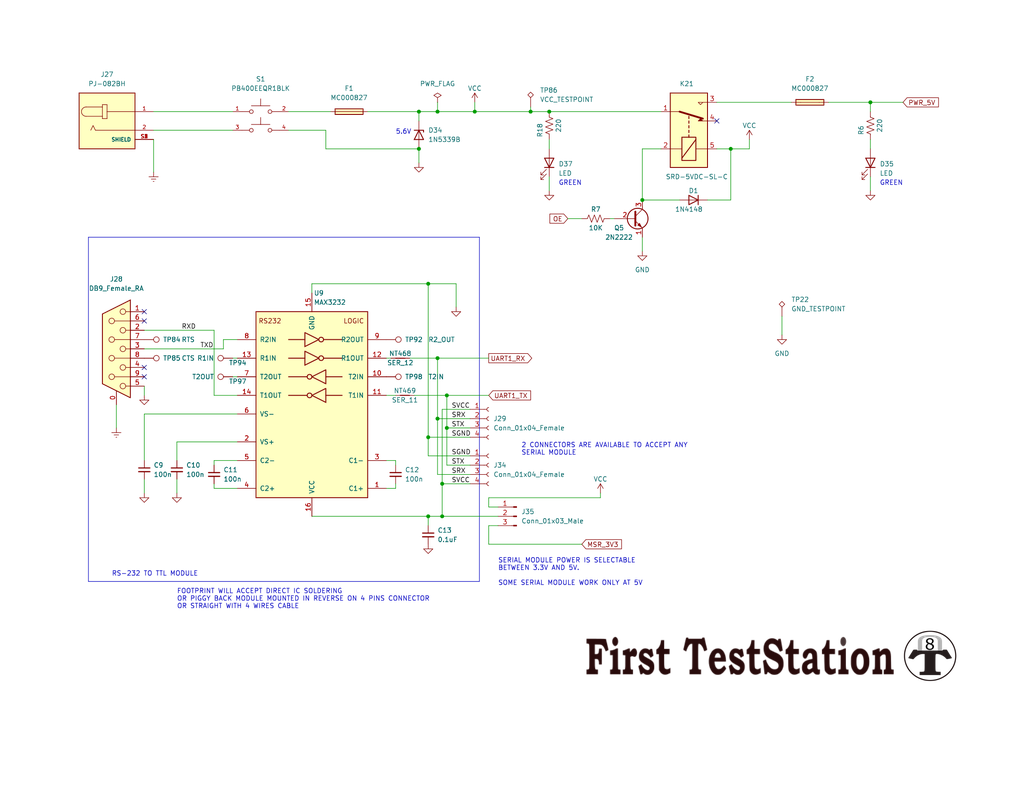
<source format=kicad_sch>
(kicad_sch (version 20230121) (generator eeschema)
  (paper "A")
  (title_block (title "Interconnect IO Board  640-1000-011") (date "2024-10-12") (rev "1.1"))
  (lib_symbols
    (symbol "Library:1N4148" (pin_numbers hide) (pin_names (offset 1.016) hide)
      (property "Reference" "D" (at 0 2.54 0))
      (property "Value" "1N4148" (at 0 -2.54 0))
      (symbol "1N4148_0_1"
        (polyline (pts (xy -1.27 1.27) (xy -1.27 -1.27)) (stroke (width 0.254)))
        (polyline (pts (xy 1.27 0) (xy -1.27 0)))
        (polyline (pts (xy 1.27 1.27) (xy 1.27 -1.27) (xy -1.27 0) (xy 1.27 1.27)) (stroke (width 0.254)))
      )
      (symbol "1N4148_1_1"
        (pin passive line (at -3.81 0 0) (length 2.54) (name "K") (number "1"))
        (pin passive line (at 3.81 0 180) (length 2.54) (name "A") (number "2"))
      )
    )
    (symbol "Library:1N53xxB" (pin_numbers hide) (pin_names (offset 1.016) hide)
      (property "Reference" "D" (at 0 2.54 0))
      (property "Value" "1N53xxB" (at 0 -2.54 0))
      (symbol "1N53xxB_0_1"
        (polyline (pts (xy 1.27 0) (xy -1.27 0)))
        (polyline (pts (xy -1.27 -1.27) (xy -1.27 1.27) (xy -0.762 1.27)) (stroke (width 0.254)))
        (polyline (pts (xy 1.27 -1.27) (xy 1.27 1.27) (xy -1.27 0) (xy 1.27 -1.27)) (stroke (width 0.254)))
      )
      (symbol "1N53xxB_1_1"
        (pin passive line (at -3.81 0 0) (length 2.54) (name "K") (number "1"))
        (pin passive line (at 3.81 0 180) (length 2.54) (name "A") (number "2"))
      )
    )
    (symbol "Library:2N3904" (pin_names (offset 0) hide)
      (property "Reference" "Q" (at 5.08 1.905 0))
      (property "Value" "2N3904" (at 5.08 0 0))
      (symbol "2N3904_0_1"
        (polyline (pts (xy 0.635 0.635) (xy 2.54 2.54)))
        (polyline (pts (xy 0.635 -0.635) (xy 2.54 -2.54) (xy 2.54 -2.54)))
        (polyline (pts (xy 0.635 1.905) (xy 0.635 -1.905) (xy 0.635 -1.905)) (stroke (width 0.508)))
        (polyline (pts (xy 1.27 -1.778) (xy 1.778 -1.27) (xy 2.286 -2.286) (xy 1.27 -1.778) (xy 1.27 -1.778)) (fill (type outline)))
        (circle (center 1.27 0) (radius 2.8194) (stroke (width 0.254)))
      )
      (symbol "2N3904_1_1"
        (pin passive line (at 2.54 -5.08 90) (length 2.54) (name "E") (number "1"))
        (pin passive line (at -5.08 0 0) (length 5.715) (name "B") (number "2"))
        (pin passive line (at 2.54 5.08 270) (length 2.54) (name "C") (number "3"))
      )
    )
    (symbol "Library:C_Small" (pin_numbers hide) (pin_names (offset 0.254) hide)
      (property "Reference" "C" (at 0.254 1.778 0))
      (property "Value" "C_Small" (at 0.254 -2.032 0))
      (symbol "C_Small_0_1"
        (polyline (pts (xy -1.524 -0.508) (xy 1.524 -0.508)) (stroke (width 0.3302)))
        (polyline (pts (xy -1.524 0.508) (xy 1.524 0.508)) (stroke (width 0.3048)))
      )
      (symbol "C_Small_1_1"
        (pin passive line (at 0 2.54 270) (length 2.032) (name "~") (number "1"))
        (pin passive line (at 0 -2.54 90) (length 2.032) (name "~") (number "2"))
      )
    )
    (symbol "Library:Conn_01x03_Male" (pin_names (offset 1.016) hide)
      (property "Reference" "J" (at 0 5.08 0))
      (property "Value" "Conn_01x03_Male" (at 0 -5.08 0))
      (symbol "Conn_01x03_Male_1_1"
        (polyline (pts (xy 1.27 -2.54) (xy 0.8636 -2.54)) (stroke (width 0.1524)))
        (polyline (pts (xy 1.27 0) (xy 0.8636 0)) (stroke (width 0.1524)))
        (polyline (pts (xy 1.27 2.54) (xy 0.8636 2.54)) (stroke (width 0.1524)))
        (rectangle (start 0.8636 -2.413) (end 0 -2.667) (stroke (width 0.1524)) (fill (type outline)))
        (rectangle (start 0.8636 0.127) (end 0 -0.127) (stroke (width 0.1524)) (fill (type outline)))
        (rectangle (start 0.8636 2.667) (end 0 2.413) (stroke (width 0.1524)) (fill (type outline)))
        (pin passive line (at 5.08 2.54 180) (length 3.81) (name "Pin_1") (number "1"))
        (pin passive line (at 5.08 0 180) (length 3.81) (name "Pin_2") (number "2"))
        (pin passive line (at 5.08 -2.54 180) (length 3.81) (name "Pin_3") (number "3"))
      )
    )
    (symbol "Library:Conn_01x04_Female" (pin_names (offset 1.016) hide)
      (property "Reference" "J" (at 0 5.08 0))
      (property "Value" "Conn_01x04_Female" (at 0 -7.62 0))
      (symbol "Conn_01x04_Female_1_1"
        (arc (start 0 -4.572) (mid -0.5058 -5.08) (end 0 -5.588) (stroke (width 0.1524)))
        (arc (start 0 -2.032) (mid -0.5058 -2.54) (end 0 -3.048) (stroke (width 0.1524)))
        (polyline (pts (xy -1.27 -5.08) (xy -0.508 -5.08)) (stroke (width 0.1524)))
        (polyline (pts (xy -1.27 -2.54) (xy -0.508 -2.54)) (stroke (width 0.1524)))
        (polyline (pts (xy -1.27 0) (xy -0.508 0)) (stroke (width 0.1524)))
        (polyline (pts (xy -1.27 2.54) (xy -0.508 2.54)) (stroke (width 0.1524)))
        (arc (start 0 0.508) (mid -0.5058 0) (end 0 -0.508) (stroke (width 0.1524)))
        (arc (start 0 3.048) (mid -0.5058 2.54) (end 0 2.032) (stroke (width 0.1524)))
        (pin passive line (at -5.08 2.54 0) (length 3.81) (name "Pin_1") (number "1"))
        (pin passive line (at -5.08 0 0) (length 3.81) (name "Pin_2") (number "2"))
        (pin passive line (at -5.08 -2.54 0) (length 3.81) (name "Pin_3") (number "3"))
        (pin passive line (at -5.08 -5.08 0) (length 3.81) (name "Pin_4") (number "4"))
      )
    )
    (symbol "Library:DB9_Female_MountingHoles" (pin_names (offset 1.016) hide)
      (property "Reference" "J" (at 0 16.51 0))
      (property "Value" "DB9_Female_MountingHoles" (at 0 14.605 0))
      (symbol "DB9_Female_MountingHoles_0_1"
        (circle (center -1.778 -10.16) (radius 0.762))
        (circle (center -1.778 -5.08) (radius 0.762))
        (circle (center -1.778 0) (radius 0.762))
        (circle (center -1.778 5.08) (radius 0.762))
        (circle (center -1.778 10.16) (radius 0.762))
        (polyline (pts (xy -3.81 -10.16) (xy -2.54 -10.16)))
        (polyline (pts (xy -3.81 -7.62) (xy 0.508 -7.62)))
        (polyline (pts (xy -3.81 -5.08) (xy -2.54 -5.08)))
        (polyline (pts (xy -3.81 -2.54) (xy 0.508 -2.54)))
        (polyline (pts (xy -3.81 0) (xy -2.54 0)))
        (polyline (pts (xy -3.81 2.54) (xy 0.508 2.54)))
        (polyline (pts (xy -3.81 5.08) (xy -2.54 5.08)))
        (polyline (pts (xy -3.81 7.62) (xy 0.508 7.62)))
        (polyline (pts (xy -3.81 10.16) (xy -2.54 10.16)))
        (polyline (pts (xy -3.81 13.335) (xy -3.81 -13.335) (xy 3.81 -9.525) (xy 3.81 9.525) (xy -3.81 13.335)) (stroke (width 0.254)) (fill (type background)))
        (circle (center 1.27 -7.62) (radius 0.762))
        (circle (center 1.27 -2.54) (radius 0.762))
        (circle (center 1.27 2.54) (radius 0.762))
        (circle (center 1.27 7.62) (radius 0.762))
      )
      (symbol "DB9_Female_MountingHoles_1_1"
        (pin passive line (at 0 -15.24 90) (length 3.81) (name "PAD") (number "0"))
        (pin passive line (at -7.62 10.16 0) (length 3.81) (name "1") (number "1"))
        (pin passive line (at -7.62 5.08 0) (length 3.81) (name "2") (number "2"))
        (pin passive line (at -7.62 0 0) (length 3.81) (name "3") (number "3"))
        (pin passive line (at -7.62 -5.08 0) (length 3.81) (name "4") (number "4"))
        (pin passive line (at -7.62 -10.16 0) (length 3.81) (name "5") (number "5"))
        (pin passive line (at -7.62 7.62 0) (length 3.81) (name "6") (number "6"))
        (pin passive line (at -7.62 2.54 0) (length 3.81) (name "7") (number "7"))
        (pin passive line (at -7.62 -2.54 0) (length 3.81) (name "8") (number "8"))
        (pin passive line (at -7.62 -7.62 0) (length 3.81) (name "9") (number "9"))
      )
    )
    (symbol "Library:G5LE-1"
      (property "Reference" "K" (at 11.43 3.81 0))
      (property "Value" "G5LE-1" (at 11.43 1.27 0))
      (symbol "G5LE-1_0_0"
        (polyline (pts (xy 7.62 5.08) (xy 7.62 2.54) (xy 6.985 3.175) (xy 7.62 3.81)))
      )
      (symbol "G5LE-1_0_1"
        (rectangle (start -10.16 5.08) (end 10.16 -5.08) (stroke (width 0.254)) (fill (type background)))
        (rectangle (start -8.255 1.905) (end -1.905 -1.905) (stroke (width 0.254)))
        (polyline (pts (xy -7.62 -1.905) (xy -2.54 1.905)) (stroke (width 0.254)))
        (polyline (pts (xy -5.08 -5.08) (xy -5.08 -1.905)))
        (polyline (pts (xy -5.08 5.08) (xy -5.08 1.905)))
        (polyline (pts (xy -1.905 0) (xy -1.27 0)) (stroke (width 0.254)))
        (polyline (pts (xy -0.635 0) (xy 0 0)) (stroke (width 0.254)))
        (polyline (pts (xy 0.635 0) (xy 1.27 0)) (stroke (width 0.254)))
        (polyline (pts (xy 1.905 0) (xy 2.54 0)) (stroke (width 0.254)))
        (polyline (pts (xy 3.175 0) (xy 3.81 0)) (stroke (width 0.254)))
        (polyline (pts (xy 5.08 -2.54) (xy 3.175 3.81)) (stroke (width 0.508)))
        (polyline (pts (xy 5.08 -2.54) (xy 5.08 -5.08)))
        (polyline (pts (xy 2.54 5.08) (xy 2.54 2.54) (xy 3.175 3.175) (xy 2.54 3.81)) (fill (type outline)))
      )
      (symbol "G5LE-1_1_1"
        (pin passive line (at 5.08 -7.62 90) (length 2.54) (name "~") (number "1"))
        (pin passive line (at -5.08 -7.62 90) (length 2.54) (name "~") (number "2"))
        (pin passive line (at 7.62 7.62 270) (length 2.54) (name "~") (number "3"))
        (pin passive line (at 2.54 7.62 270) (length 2.54) (name "~") (number "4"))
        (pin passive line (at -5.08 7.62 270) (length 2.54) (name "~") (number "5"))
      )
    )
    (symbol "Library:LED" (pin_numbers hide) (pin_names (offset 1.016) hide)
      (property "Reference" "D" (at 0 2.54 0))
      (property "Value" "LED" (at 0 -2.54 0))
      (symbol "LED_0_1"
        (polyline (pts (xy -1.27 -1.27) (xy -1.27 1.27)) (stroke (width 0.254)))
        (polyline (pts (xy -1.27 0) (xy 1.27 0)))
        (polyline (pts (xy 1.27 -1.27) (xy 1.27 1.27) (xy -1.27 0) (xy 1.27 -1.27)) (stroke (width 0.254)))
        (polyline (pts (xy -3.048 -0.762) (xy -4.572 -2.286) (xy -3.81 -2.286) (xy -4.572 -2.286) (xy -4.572 -1.524)))
        (polyline (pts (xy -1.778 -0.762) (xy -3.302 -2.286) (xy -2.54 -2.286) (xy -3.302 -2.286) (xy -3.302 -1.524)))
      )
      (symbol "LED_1_1"
        (pin passive line (at -3.81 0 0) (length 2.54) (name "K") (number "1"))
        (pin passive line (at 3.81 0 180) (length 2.54) (name "A") (number "2"))
      )
    )
    (symbol "Library:MAX3232" (pin_names (offset 1.016))
      (property "Reference" "U" (at -2.54 28.575 0))
      (property "Value" "MAX3232" (at -2.54 26.67 0))
      (symbol "MAX3232_0_0"
        (text "LOGIC" (at -11.43 -22.86 0) (effects (font (size 1.27 1.27))))
        (text "RS232" (at 11.43 -22.86 0) (effects (font (size 1.27 1.27))))
      )
      (symbol "MAX3232_0_1"
        (rectangle (start -15.24 -25.4) (end 15.24 25.4) (stroke (width 0.254)) (fill (type background)))
        (circle (center -2.54 -17.78) (radius 0.635) (stroke (width 0.254)))
        (circle (center -2.54 -12.7) (radius 0.635) (stroke (width 0.254)))
        (polyline (pts (xy -3.81 -7.62) (xy -8.255 -7.62)) (stroke (width 0.254)))
        (polyline (pts (xy -3.81 -2.54) (xy -8.255 -2.54)) (stroke (width 0.254)))
        (polyline (pts (xy -3.175 -17.78) (xy -8.255 -17.78)) (stroke (width 0.254)))
        (polyline (pts (xy -3.175 -12.7) (xy -8.255 -12.7)) (stroke (width 0.254)))
        (polyline (pts (xy 1.27 -7.62) (xy 6.35 -7.62)) (stroke (width 0.254)))
        (polyline (pts (xy 1.27 -2.54) (xy 6.35 -2.54)) (stroke (width 0.254)))
        (polyline (pts (xy 1.905 -17.78) (xy 6.35 -17.78)) (stroke (width 0.254)))
        (polyline (pts (xy 1.905 -12.7) (xy 6.35 -12.7)) (stroke (width 0.254)))
        (polyline (pts (xy -3.81 -5.715) (xy -3.81 -9.525) (xy 0 -7.62) (xy -3.81 -5.715)) (stroke (width 0.254)))
        (polyline (pts (xy -3.81 -0.635) (xy -3.81 -4.445) (xy 0 -2.54) (xy -3.81 -0.635)) (stroke (width 0.254)))
        (polyline (pts (xy 1.905 -15.875) (xy 1.905 -19.685) (xy -1.905 -17.78) (xy 1.905 -15.875)) (stroke (width 0.254)))
        (polyline (pts (xy 1.905 -10.795) (xy 1.905 -14.605) (xy -1.905 -12.7) (xy 1.905 -10.795)) (stroke (width 0.254)))
        (circle (center 0.635 -7.62) (radius 0.635) (stroke (width 0.254)))
        (circle (center 0.635 -2.54) (radius 0.635) (stroke (width 0.254)))
      )
      (symbol "MAX3232_1_1"
        (pin passive line (at -20.32 22.86 0) (length 5.08) (name "C1+") (number "1"))
        (pin input line (at -20.32 -7.62 0) (length 5.08) (name "T2IN") (number "10"))
        (pin input line (at -20.32 -2.54 0) (length 5.08) (name "T1IN") (number "11"))
        (pin output line (at -20.32 -12.7 0) (length 5.08) (name "R1OUT") (number "12"))
        (pin input line (at 20.32 -12.7 180) (length 5.08) (name "R1IN") (number "13"))
        (pin output line (at 20.32 -2.54 180) (length 5.08) (name "T1OUT") (number "14"))
        (pin power_in line (at 0 -30.48 90) (length 5.08) (name "GND") (number "15"))
        (pin power_in line (at 0 30.48 270) (length 5.08) (name "VCC") (number "16"))
        (pin power_out line (at 20.32 10.16 180) (length 5.08) (name "VS+") (number "2"))
        (pin passive line (at -20.32 15.24 0) (length 5.08) (name "C1-") (number "3"))
        (pin passive line (at 20.32 22.86 180) (length 5.08) (name "C2+") (number "4"))
        (pin passive line (at 20.32 15.24 180) (length 5.08) (name "C2-") (number "5"))
        (pin power_out line (at 20.32 2.54 180) (length 5.08) (name "VS-") (number "6"))
        (pin output line (at 20.32 -7.62 180) (length 5.08) (name "T2OUT") (number "7"))
        (pin input line (at 20.32 -17.78 180) (length 5.08) (name "R2IN") (number "8"))
        (pin output line (at -20.32 -17.78 0) (length 5.08) (name "R2OUT") (number "9"))
      )
    )
    (symbol "Library:MC000827" (pin_numbers hide) (pin_names (offset 1.016) hide)
      (property "Reference" "F" (at -3.81 1.397 0))
      (property "Value" "MC000827" (at -3.81 -2.921 0))
      (symbol "MC000827_0_0"
        (rectangle (start -3.81 -0.762) (end 3.81 0.762) (stroke (width 0.254)) (fill (type background)))
        (polyline (pts (xy -2.54 0) (xy 2.54 0)) (stroke (width 0.1524)))
        (pin passive line (at -5.08 0 0) (length 2.54) (name "~") (number "P$1"))
        (pin passive line (at 5.08 0 180) (length 2.54) (name "~") (number "P$2"))
      )
    )
    (symbol "Library:NetTie_2" (pin_numbers hide) (pin_names (offset 0) hide)
      (property "Reference" "NT" (at 0 1.27 0))
      (property "Value" "NetTie_2" (at 0 -1.27 0))
      (symbol "NetTie_2_0_1"
        (polyline (pts (xy -1.27 0) (xy 1.27 0)) (stroke (width 0.254)))
      )
      (symbol "NetTie_2_1_1"
        (pin passive line (at -2.54 0 0) (length 2.54) (name "1") (number "1"))
        (pin passive line (at 2.54 0 180) (length 2.54) (name "2") (number "2"))
      )
    )
    (symbol "Library:PB400EEQR1BLK" (pin_names (offset 1.016) hide)
      (property "Reference" "S" (at -7.62 7.62 0))
      (property "Value" "PB400EEQR1BLK" (at -7.62 -7.62 0))
      (symbol "PB400EEQR1BLK_0_0"
        (circle (center -2.54 -2.54) (radius 0.508) (stroke (width 0.1524)))
        (circle (center -2.54 2.54) (radius 0.508) (stroke (width 0.1524)))
        (polyline (pts (xy -5.08 -2.54) (xy -3.048 -2.54)) (stroke (width 0.1524)))
        (polyline (pts (xy -5.08 2.54) (xy -3.048 2.54)) (stroke (width 0.1524)))
        (polyline (pts (xy -2.54 -0.9652) (xy 0 -0.9652)) (stroke (width 0.1524)))
        (polyline (pts (xy -2.54 4.1402) (xy 0 4.1402)) (stroke (width 0.1524)))
        (polyline (pts (xy 0 -0.9652) (xy 0 0.9652)) (stroke (width 0.1524)))
        (polyline (pts (xy 0 -0.9652) (xy 2.54 -0.9652)) (stroke (width 0.1524)))
        (polyline (pts (xy 0 4.1402) (xy 0 6.0452)) (stroke (width 0.1524)))
        (polyline (pts (xy 0 4.1402) (xy 2.54 4.1402)) (stroke (width 0.1524)))
        (polyline (pts (xy 5.08 -2.54) (xy 3.048 -2.54)) (stroke (width 0.1524)))
        (polyline (pts (xy 5.08 2.54) (xy 3.048 2.54)) (stroke (width 0.1524)))
        (circle (center 2.54 -2.54) (radius 0.508) (stroke (width 0.1524)))
        (circle (center 2.54 2.54) (radius 0.508) (stroke (width 0.1524)))
        (pin passive line (at -7.62 2.54 0) (length 2.54) (name "~") (number "1"))
        (pin passive line (at 7.62 2.54 180) (length 2.54) (name "~") (number "2"))
        (pin passive line (at -7.62 -2.54 0) (length 2.54) (name "~") (number "3"))
        (pin passive line (at 7.62 -2.54 180) (length 2.54) (name "~") (number "4"))
      )
    )
    (symbol "Library:PJ-082BH" (pin_names (offset 1.016))
      (property "Reference" "J" (at -7.62 10.16 0))
      (property "Value" "PJ-082BH" (at -7.62 -10.16 0))
      (symbol "PJ-082BH_0_0"
        (rectangle (start -7.62 -7.62) (end 7.62 7.62) (stroke (width 0.254)) (fill (type background)))
        (arc (start -5.715 3.81) (mid -6.9795 2.54) (end -5.715 1.27) (stroke (width 0.1524)))
        (polyline (pts (xy -5.715 3.81) (xy -1.27 3.81)) (stroke (width 0.1524)))
        (polyline (pts (xy -3.81 -1.27) (xy -4.445 -2.54)) (stroke (width 0.1524)))
        (polyline (pts (xy -3.175 -2.54) (xy -3.81 -1.27)) (stroke (width 0.1524)))
        (polyline (pts (xy -1.27 0.635) (xy 0 0.635)) (stroke (width 0.1524)))
        (polyline (pts (xy -1.27 1.27) (xy -5.715 1.27)) (stroke (width 0.1524)))
        (polyline (pts (xy -1.27 1.27) (xy -1.27 0.635)) (stroke (width 0.1524)))
        (polyline (pts (xy -1.27 3.81) (xy -1.27 1.27)) (stroke (width 0.1524)))
        (polyline (pts (xy -1.27 4.445) (xy -1.27 3.81)) (stroke (width 0.1524)))
        (polyline (pts (xy 0 0.635) (xy 0 2.54)) (stroke (width 0.1524)))
        (polyline (pts (xy 0 2.54) (xy 0 4.445)) (stroke (width 0.1524)))
        (polyline (pts (xy 0 2.54) (xy 7.62 2.54)) (stroke (width 0.1524)))
        (polyline (pts (xy 0 4.445) (xy -1.27 4.445)) (stroke (width 0.1524)))
        (polyline (pts (xy 7.62 -2.54) (xy -3.175 -2.54)) (stroke (width 0.1524)))
        (pin passive line (at 12.7 2.54 180) (length 5.08) (name "~") (number "1"))
        (pin passive line (at 12.7 -2.54 180) (length 5.08) (name "~") (number "2"))
        (pin passive line (at 12.7 -5.08 180) (length 5.08) (name "SHIELD") (number "S1"))
        (pin passive line (at 12.7 -5.08 180) (length 5.08) (name "SHIELD") (number "S2"))
        (pin passive line (at 12.7 -5.08 180) (length 5.08) (name "SHIELD") (number "S3"))
        (pin passive line (at 12.7 -5.08 180) (length 5.08) (name "SHIELD") (number "S4"))
      )
    )
    (symbol "Library:R_US" (pin_numbers hide) (pin_names (offset 0))
      (property "Reference" "R" (at 2.54 0 90))
      (property "Value" "R_US" (at -2.54 0 90))
      (symbol "R_US_0_1"
        (polyline (pts (xy 0 -2.286) (xy 0 -2.54)))
        (polyline (pts (xy 0 2.286) (xy 0 2.54)))
        (polyline (pts (xy 0 -0.762) (xy 1.016 -1.143) (xy 0 -1.524) (xy -1.016 -1.905) (xy 0 -2.286)))
        (polyline (pts (xy 0 0.762) (xy 1.016 0.381) (xy 0 0) (xy -1.016 -0.381) (xy 0 -0.762)))
        (polyline (pts (xy 0 2.286) (xy 1.016 1.905) (xy 0 1.524) (xy -1.016 1.143) (xy 0 0.762)))
      )
      (symbol "R_US_1_1"
        (pin passive line (at 0 3.81 270) (length 1.27) (name "~") (number "1"))
        (pin passive line (at 0 -3.81 90) (length 1.27) (name "~") (number "2"))
      )
    )
    (symbol "Library:TestPoint" (pin_numbers hide) (pin_names (offset 0.762) hide)
      (property "Reference" "TP" (at 0 6.858 0))
      (property "Value" "TestPoint" (at 0 5.08 0))
      (symbol "TestPoint_0_1"
        (circle (center 0 3.302) (radius 0.762))
      )
      (symbol "TestPoint_1_1"
        (pin passive line (at 0 0 90) (length 2.54) (name "1") (number "1"))
      )
    )
    (symbol "Library:TestPoint_Alt" (pin_numbers hide) (pin_names (offset 0.762) hide)
      (property "Reference" "TP" (at 0 6.858 0))
      (property "Value" "TestPoint_Alt" (at 0 5.08 0))
      (symbol "TestPoint_Alt_0_1"
        (polyline (pts (xy 0 2.54) (xy -0.762 3.302) (xy 0 4.064) (xy 0.762 3.302) (xy 0 2.54)))
      )
      (symbol "TestPoint_Alt_1_1"
        (pin passive line (at 0 0 90) (length 2.54) (name "1") (number "1"))
      )
    )
    (symbol "power:Earth" (power) (pin_names (offset 0))
      (symbol "Earth_0_1"
        (polyline (pts (xy -0.635 -1.905) (xy 0.635 -1.905)))
        (polyline (pts (xy -0.127 -2.54) (xy 0.127 -2.54)))
        (polyline (pts (xy 0 -1.27) (xy 0 0)))
        (polyline (pts (xy 1.27 -1.27) (xy -1.27 -1.27)))
      )
      (symbol "Earth_1_1"
        (pin power_in line (at 0 0 270) (length 0) hide (name "Earth") (number "1"))
      )
    )
    (symbol "power:GND" (power) (pin_names (offset 0))
      (property "Value" "GND" (at 0 -3.81 0))
      (symbol "GND_0_1"
        (polyline (pts (xy 0 0) (xy 0 -1.27) (xy 1.27 -1.27) (xy 0 -2.54) (xy -1.27 -1.27) (xy 0 -1.27)))
      )
      (symbol "GND_1_1"
        (pin power_in line (at 0 0 270) (length 0) hide (name "GND") (number "1"))
      )
    )
    (symbol "power:PWR_FLAG" (power) (pin_numbers hide) (pin_names (offset 0) hide)
      (property "Value" "PWR_FLAG" (at 0 3.81 0))
      (symbol "PWR_FLAG_0_0"
        (pin power_out line (at 0 0 90) (length 0) (name "pwr") (number "1"))
      )
      (symbol "PWR_FLAG_0_1"
        (polyline (pts (xy 0 0) (xy 0 1.27) (xy -1.016 1.905) (xy 0 2.54) (xy 1.016 1.905) (xy 0 1.27)))
      )
    )
    (symbol "power:VCC" (power) (pin_names (offset 0))
      (property "Value" "VCC" (at 0 3.81 0))
      (symbol "VCC_0_1"
        (polyline (pts (xy -0.762 1.27) (xy 0 2.54)))
        (polyline (pts (xy 0 0) (xy 0 2.54)))
        (polyline (pts (xy 0 2.54) (xy 0.762 1.27)))
      )
      (symbol "VCC_1_1"
        (pin power_in line (at 0 0 90) (length 0) hide (name "VCC") (number "1"))
      )
    )
  )
  (junction (at 119.38 30.48))
  (junction (at 120.65 132.08))
  (junction (at 149.86 30.48))
  (junction (at 114.3 40.64))
  (junction (at 129.54 30.48))
  (junction (at 116.84 77.47))
  (junction (at 121.92 107.95))
  (junction (at 116.84 140.97))
  (junction (at 121.92 116.84))
  (junction (at 237.49 27.94))
  (junction (at 120.65 140.97))
  (junction (at 175.26 54.61))
  (junction (at 199.39 40.64))
  (junction (at 119.38 114.3))
  (junction (at 116.84 119.38))
  (junction (at 114.3 30.48))
  (junction (at 144.78 30.48))
  (junction (at 119.38 97.79))
  (no_connect (at 39.37 87.63))
  (no_connect (at 195.58 33.02))
  (no_connect (at 39.37 85.09))
  (no_connect (at 39.37 100.33))
  (no_connect (at 39.37 102.87))
  (wire (pts (xy 116.84 140.97) (xy 120.65 140.97)))
  (wire (pts (xy 226.06 27.94) (xy 237.49 27.94)))
  (polyline (pts (xy 24.13 158.75) (xy 130.81 158.75)))
  (wire (pts (xy 121.92 107.95) (xy 133.35 107.95)))
  (wire (pts (xy 119.38 114.3) (xy 128.27 114.3)))
  (wire (pts (xy 64.77 92.71) (xy 60.96 92.71)))
  (wire (pts (xy 195.58 27.94) (xy 215.9 27.94)))
  (wire (pts (xy 213.36 86.36) (xy 213.36 91.44)))
  (wire (pts (xy 175.26 40.64) (xy 180.34 40.64)))
  (wire (pts (xy 58.42 90.17) (xy 39.37 90.17)))
  (polyline (pts (xy 24.13 64.77) (xy 130.81 64.77)))
  (wire (pts (xy 133.35 138.43) (xy 135.89 138.43)))
  (wire (pts (xy 149.86 38.1) (xy 149.86 40.64)))
  (wire (pts (xy 58.42 133.35) (xy 64.77 133.35)))
  (wire (pts (xy 111.76 97.79) (xy 119.38 97.79)))
  (wire (pts (xy 78.74 35.56) (xy 88.9 35.56)))
  (wire (pts (xy 58.42 127) (xy 58.42 125.73)))
  (wire (pts (xy 120.65 140.97) (xy 135.89 140.97)))
  (wire (pts (xy 119.38 30.48) (xy 129.54 30.48)))
  (wire (pts (xy 204.47 38.1) (xy 204.47 40.64)))
  (wire (pts (xy 120.65 111.76) (xy 128.27 111.76)))
  (wire (pts (xy 107.95 125.73) (xy 107.95 127)))
  (wire (pts (xy 58.42 125.73) (xy 64.77 125.73)))
  (wire (pts (xy 129.54 27.94) (xy 129.54 30.48)))
  (wire (pts (xy 39.37 113.03) (xy 64.77 113.03)))
  (wire (pts (xy 193.04 54.61) (xy 199.39 54.61)))
  (wire (pts (xy 39.37 105.41) (xy 39.37 107.95)))
  (wire (pts (xy 114.3 40.64) (xy 114.3 44.45)))
  (wire (pts (xy 88.9 40.64) (xy 114.3 40.64)))
  (wire (pts (xy 88.9 35.56) (xy 88.9 40.64)))
  (wire (pts (xy 105.41 107.95) (xy 107.95 107.95)))
  (wire (pts (xy 85.09 77.47) (xy 116.84 77.47)))
  (wire (pts (xy 121.92 116.84) (xy 121.92 107.95)))
  (wire (pts (xy 144.78 30.48) (xy 149.86 30.48)))
  (wire (pts (xy 119.38 97.79) (xy 133.35 97.79)))
  (wire (pts (xy 85.09 77.47) (xy 85.09 80.01)))
  (wire (pts (xy 175.26 54.61) (xy 175.26 40.64)))
  (wire (pts (xy 48.26 120.65) (xy 64.77 120.65)))
  (wire (pts (xy 133.35 148.59) (xy 158.75 148.59)))
  (wire (pts (xy 116.84 77.47) (xy 116.84 119.38)))
  (wire (pts (xy 39.37 130.81) (xy 39.37 134.62)))
  (wire (pts (xy 166.37 59.69) (xy 167.64 59.69)))
  (wire (pts (xy 41.91 38.1) (xy 41.91 46.99)))
  (wire (pts (xy 124.46 77.47) (xy 124.46 83.82)))
  (wire (pts (xy 121.92 127) (xy 128.27 127)))
  (wire (pts (xy 114.3 30.48) (xy 114.3 33.02)))
  (wire (pts (xy 41.91 35.56) (xy 63.5 35.56)))
  (wire (pts (xy 129.54 30.48) (xy 144.78 30.48)))
  (wire (pts (xy 120.65 111.76) (xy 120.65 132.08)))
  (wire (pts (xy 39.37 95.25) (xy 60.96 95.25)))
  (wire (pts (xy 48.26 125.73) (xy 48.26 120.65)))
  (wire (pts (xy 237.49 48.26) (xy 237.49 52.07)))
  (wire (pts (xy 121.92 116.84) (xy 128.27 116.84)))
  (wire (pts (xy 133.35 148.59) (xy 133.35 143.51)))
  (wire (pts (xy 105.41 133.35) (xy 107.95 133.35)))
  (wire (pts (xy 100.33 30.48) (xy 114.3 30.48)))
  (wire (pts (xy 105.41 97.79) (xy 106.68 97.79)))
  (wire (pts (xy 116.84 77.47) (xy 124.46 77.47)))
  (wire (pts (xy 58.42 133.35) (xy 58.42 132.08)))
  (wire (pts (xy 116.84 119.38) (xy 128.27 119.38)))
  (wire (pts (xy 175.26 64.77) (xy 175.26 68.58)))
  (polyline (pts (xy 130.81 64.77) (xy 130.81 158.75)))
  (wire (pts (xy 119.38 27.94) (xy 119.38 30.48)))
  (wire (pts (xy 116.84 143.51) (xy 116.84 140.97)))
  (wire (pts (xy 199.39 40.64) (xy 199.39 54.61)))
  (wire (pts (xy 237.49 38.1) (xy 237.49 40.64)))
  (wire (pts (xy 149.86 30.48) (xy 180.34 30.48)))
  (wire (pts (xy 199.39 40.64) (xy 204.47 40.64)))
  (wire (pts (xy 120.65 132.08) (xy 128.27 132.08)))
  (wire (pts (xy 121.92 116.84) (xy 121.92 127)))
  (wire (pts (xy 237.49 27.94) (xy 237.49 30.48)))
  (wire (pts (xy 119.38 114.3) (xy 119.38 97.79)))
  (wire (pts (xy 85.09 140.97) (xy 116.84 140.97)))
  (wire (pts (xy 39.37 125.73) (xy 39.37 113.03)))
  (wire (pts (xy 185.42 54.61) (xy 175.26 54.61)))
  (wire (pts (xy 144.78 29.21) (xy 144.78 30.48)))
  (wire (pts (xy 41.91 30.48) (xy 63.5 30.48)))
  (polyline (pts (xy 24.13 158.75) (xy 24.13 64.77)))
  (wire (pts (xy 63.5 97.79) (xy 64.77 97.79)))
  (wire (pts (xy 64.77 107.95) (xy 58.42 107.95)))
  (wire (pts (xy 119.38 114.3) (xy 119.38 129.54)))
  (wire (pts (xy 120.65 132.08) (xy 120.65 140.97)))
  (wire (pts (xy 116.84 124.46) (xy 128.27 124.46)))
  (wire (pts (xy 105.41 125.73) (xy 107.95 125.73)))
  (wire (pts (xy 58.42 107.95) (xy 58.42 90.17)))
  (wire (pts (xy 31.75 110.49) (xy 31.75 116.84)))
  (wire (pts (xy 154.94 59.69) (xy 158.75 59.69)))
  (wire (pts (xy 119.38 129.54) (xy 128.27 129.54)))
  (wire (pts (xy 63.5 102.87) (xy 64.77 102.87)))
  (wire (pts (xy 133.35 135.89) (xy 133.35 138.43)))
  (wire (pts (xy 195.58 40.64) (xy 199.39 40.64)))
  (wire (pts (xy 163.83 135.89) (xy 163.83 134.62)))
  (wire (pts (xy 48.26 130.81) (xy 48.26 134.62)))
  (wire (pts (xy 149.86 48.26) (xy 149.86 52.07)))
  (wire (pts (xy 60.96 92.71) (xy 60.96 95.25)))
  (wire (pts (xy 116.84 119.38) (xy 116.84 124.46)))
  (wire (pts (xy 114.3 30.48) (xy 119.38 30.48)))
  (wire (pts (xy 133.35 135.89) (xy 163.83 135.89)))
  (wire (pts (xy 113.03 107.95) (xy 121.92 107.95)))
  (wire (pts (xy 133.35 143.51) (xy 135.89 143.51)))
  (wire (pts (xy 78.74 30.48) (xy 90.17 30.48)))
  (wire (pts (xy 237.49 27.94) (xy 246.38 27.94)))
  (wire (pts (xy 107.95 133.35) (xy 107.95 132.08)))
  (image (at 201.93 179.07) (scale 2.13772))
  (image (at 254 179.07))
  (text "RS-232 TO TTL MODULE" (at 30.48 157.48 0) (effects (font (size 1.27 1.27)) (justify left bottom)))
  (text "2 CONNECTORS ARE AVAILABLE TO ACCEPT ANY \nSERIAL MODULE" (at 142.24 124.46 0) (effects (font (size 1.27 1.27)) (justify left bottom)))
  (text "FOOTPRINT WILL ACCEPT DIRECT IC SOLDERING \nOR PIGGY BACK MODULE MOUNTED IN REVERSE ON 4 PINS CONNECTOR\nOR STRAIGHT WITH 4 WIRES CABLE" (at 48.26 166.37 0) (effects (font (size 1.27 1.27)) (justify left bottom)))
  (text "SERIAL MODULE POWER IS SELECTABLE\nBETWEEN 3.3V AND 5V.\n\nSOME SERIAL MODULE WORK ONLY AT 5V" (at 135.89 160.02 0) (effects (font (size 1.27 1.27)) (justify left bottom)))
  (text "GREEN" (at 240.03 50.8 0) (effects (font (size 1.27 1.27)) (justify left bottom)))
  (text "5.6V" (at 107.95 36.83 0) (effects (font (size 1.27 1.27)) (justify left bottom)))
  (text "GREEN" (at 152.4 50.8 0) (effects (font (size 1.27 1.27)) (justify left bottom)))
  (label "STX" (at 123.19 116.84 0))
  (label "SGND" (at 123.19 124.46 0))
  (label "STX" (at 123.19 127 0))
  (label "SVCC" (at 123.19 111.76 0))
  (label "TXD" (at 54.61 95.25 0))
  (label "SGND" (at 123.19 119.38 0))
  (label "SRX" (at 123.19 129.54 0))
  (label "SRX" (at 123.19 114.3 0))
  (label "RXD" (at 49.53 90.17 0))
  (label "SVCC" (at 123.19 132.08 0))
  (global_label "PWR_5V" (shape input) (at 246.38 27.94 0) (property "Intersheetrefs" "${INTERSHEET_REFS}" (effects hide)))
  (global_label "OE" (shape input) (at 154.94 59.69 180) (property "Intersheetrefs" "${INTERSHEET_REFS}" (effects hide)))
  (global_label "UART1_TX" (shape input) (at 133.35 107.95 0) (property "Intersheetrefs" "${INTERSHEET_REFS}" (effects hide)))
  (global_label "MSR_3V3" (shape input) (at 158.75 148.59 0) (property "Intersheetrefs" "${INTERSHEET_REFS}" (effects hide)))
  (global_label "UART1_RX" (shape output) (at 133.35 97.79 0) (property "Intersheetrefs" "${INTERSHEET_REFS}" (effects hide)))
  (symbol (lib_id "power:GND") (at 116.84 148.59 0) (unit 1)
    (property "Reference" "#PWR0118" (effects hide))
    (property "Value" "GND" (effects hide))
  )
  (symbol (lib_id "Library:PJ-082BH") (at 29.21 33.02 0) (unit 1)
    (property "Reference" "J27" (at 29.21 20.32 0))
    (property "Value" "PJ-082BH" (at 29.21 22.86 0))
    (property "Footprint" "SnapEDA Library:CUI_PJ-082BH" (effects hide))
    (property "MANUFACTURER" "CUI Devices" (effects hide))
    (property "STANDARD" "Manufacturer Recommendation" (effects hide))
    (property "PARTREV" "1.0" (effects hide))
    (property "SNAPEDA_PN" "PJ-082BH" (effects hide))
    (property "MAXIMUM_PACKAGE_HEIGHT" "10.2 mm" (effects hide))
  )
  (symbol (lib_id "power:VCC") (at 163.83 134.62 0) (unit 1)
    (property "Reference" "#PWR022" (effects hide))
    (property "Value" "VCC" (at 163.83 130.81 0))
  )
  (symbol (lib_id "Library:TestPoint") (at 105.41 102.87 270) (unit 1)
    (property "Reference" "TP98" (at 110.49 102.87 90) (effects (justify left)))
    (property "Value" "T2IN" (at 116.84 102.87 90) (effects (justify left)))
    (property "Footprint" "TestPoint:TestPoint_THTPad_D1.5mm_Drill0.7mm" (effects hide))
  )
  (symbol (lib_id "Library:R_US") (at 149.86 34.29 180) (unit 1)
    (property "Reference" "R18" (at 147.32 35.56 90))
    (property "Value" "220" (at 152.4 34.29 90))
    (property "Footprint" "Resistor_THT:R_Axial_DIN0207_L6.3mm_D2.5mm_P10.16mm_Horizontal" (effects hide))
  )
  (symbol (lib_id "Library:C_Small") (at 116.84 146.05 0) (unit 1)
    (property "Reference" "C13" (at 119.38 144.7862 0) (effects (justify left)))
    (property "Value" "0.1uF" (at 119.38 147.32 0) (effects (justify left)))
    (property "Footprint" "Capacitor_SMD:C_0603_1608Metric_Pad1.08x0.95mm_HandSolder" (effects hide))
  )
  (symbol (lib_id "Library:MC000827") (at 95.25 30.48 0) (unit 1)
    (property "Reference" "F1" (at 95.25 24.13 0))
    (property "Value" "MC000827" (at 95.25 26.67 0))
    (property "Footprint" "SnapEDA Library:MC000827" (effects hide))
  )
  (symbol (lib_id "Library:TestPoint_Alt") (at 144.78 29.21 0) (unit 1)
    (property "Reference" "TP86" (at 147.32 24.638 0) (effects (justify left)))
    (property "Value" "VCC_TESTPOINT" (at 147.32 27.178 0) (effects (justify left)))
    (property "Footprint" "TestPoint:TestPoint_Loop_D2.54mm_Drill1.5mm_Beaded" (effects hide))
  )
  (symbol (lib_id "Library:DB9_Female_MountingHoles") (at 31.75 95.25 0) (mirror y) (unit 1)
    (property "Reference" "J28" (at 31.75 76.2 0))
    (property "Value" "DB9_Female_RA" (at 31.75 78.74 0))
    (property "Footprint" "Connector_Dsub:DSUB-9_Female_Horizontal_P2.77x2.84mm_EdgePinOffset4.94mm_Housed_MountingHolesOffset7.48mm" (effects hide))
    (property "Datasheet" " ~" (effects hide))
  )
  (symbol (lib_id "Library:C_Small") (at 58.42 129.54 0) (unit 1)
    (property "Reference" "C11" (at 60.96 128.2762 0) (effects (justify left)))
    (property "Value" "100n" (at 60.96 130.8162 0) (effects (justify left)))
    (property "Footprint" "Capacitor_SMD:C_0603_1608Metric_Pad1.08x0.95mm_HandSolder" (effects hide))
  )
  (symbol (lib_id "Library:MC000827") (at 220.98 27.94 0) (unit 1)
    (property "Reference" "F2" (at 220.98 21.59 0))
    (property "Value" "MC000827" (at 220.98 24.13 0))
    (property "Footprint" "SnapEDA Library:MC000827" (effects hide))
  )
  (symbol (lib_id "Library:2N3904") (at 172.72 59.69 0) (unit 1)
    (property "Reference" "Q5" (at 168.91 62.23 0))
    (property "Value" "2N2222" (at 168.91 64.77 0))
    (property "Footprint" "Package_TO_SOT_THT:TO-92L_HandSolder" (effects hide))
    (property "Datasheet" "https://www.onsemi.com/pub/Collateral/2N3903-D.PDF" (effects hide))
  )
  (symbol (lib_id "Library:Conn_01x04_Female") (at 133.35 127 0) (unit 1)
    (property "Reference" "J34" (at 134.62 126.9999 0) (effects (justify left)))
    (property "Value" "Conn_01x04_Female" (at 134.62 129.5399 0) (effects (justify left)))
    (property "Footprint" "Connector_PinSocket_2.54mm:PinSocket_1x04_P2.54mm_Vertical" (effects hide))
  )
  (symbol (lib_id "Library:TestPoint") (at 63.5 97.79 90) (mirror x) (unit 1)
    (property "Reference" "TP94" (at 67.31 99.06 90) (effects (justify left)))
    (property "Value" "R1IN" (at 58.42 97.79 90) (effects (justify left)))
    (property "Footprint" "TestPoint:TestPoint_THTPad_D1.5mm_Drill0.7mm" (effects hide))
  )
  (symbol (lib_id "power:GND") (at 237.49 52.07 0) (unit 1)
    (property "Reference" "#PWR0112" (effects hide))
    (property "Value" "GND" (effects hide))
  )
  (symbol (lib_id "Library:TestPoint") (at 39.37 92.71 270) (unit 1)
    (property "Reference" "TP84" (at 44.45 92.71 90) (effects (justify left)))
    (property "Value" "RTS" (at 49.53 92.71 90) (effects (justify left)))
    (property "Footprint" "TestPoint:TestPoint_THTPad_D1.5mm_Drill0.7mm" (effects hide))
  )
  (symbol (lib_id "Library:NetTie_2") (at 110.49 107.95 0) (unit 1)
    (property "Reference" "NT469" (at 110.49 106.68 0))
    (property "Value" "SER_11" (at 110.49 109.22 0))
    (property "Footprint" "NetTie:NetTie-2_Front1.0mm" (effects hide))
  )
  (symbol (lib_id "Library:G5LE-1") (at 187.96 35.56 270) (mirror x) (unit 1)
    (property "Reference" "K21" (at 185.42 22.86 90) (effects (justify left)))
    (property "Value" "SRD-5VDC-SL-C" (at 181.61 48.26 90) (effects (justify left)))
    (property "Footprint" "Relay_THT:Relay_SPDT_Omron-G5LE-1" (effects hide))
    (property "Datasheet" "http://www.omron.com/ecb/products/pdf/en-g5le.pdf" (effects hide))
    (instances (project "Interconnect" (path "" (reference "K21") (unit 1)) (path "" (reference "K42") (unit 1))))
  )
  (symbol (lib_id "power:GND") (at 149.86 52.07 0) (unit 1)
    (property "Reference" "#PWR0125" (effects hide))
    (property "Value" "GND" (effects hide))
  )
  (symbol (lib_id "power:GND") (at 175.26 68.58 0) (unit 1)
    (property "Reference" "#PWR036" (effects hide))
    (property "Value" "GND" (at 175.26 73.66 0))
  )
  (symbol (lib_id "Library:1N53xxB") (at 114.3 36.83 270) (unit 1)
    (property "Reference" "D34" (at 116.84 35.5599 90) (effects (justify left)))
    (property "Value" "1N5339B" (at 116.84 38.0999 90) (effects (justify left)))
    (property "Footprint" "Diode_THT:D_DO-201_P15.24mm_Horizontal" (effects hide))
    (property "Datasheet" "https://diotec.com/tl_files/diotec/files/pdf/datasheets/1n5345b.pdf" (effects hide))
  )
  (symbol (lib_id "power:PWR_FLAG") (at 119.38 27.94 0) (unit 1)
    (property "Reference" "#FLG0102" (effects hide))
    (property "Value" "PWR_FLAG" (at 119.38 22.86 0))
  )
  (symbol (lib_id "Library:R_US") (at 162.56 59.69 270) (unit 1)
    (property "Reference" "R7" (at 162.56 57.15 90))
    (property "Value" "10K" (at 162.56 62.23 90))
    (property "Footprint" "Resistor_THT:R_Axial_DIN0207_L6.3mm_D2.5mm_P10.16mm_Horizontal" (effects hide))
  )
  (symbol (lib_id "Library:NetTie_2") (at 109.22 97.79 0) (unit 1)
    (property "Reference" "NT468" (at 109.22 96.52 0))
    (property "Value" "SER_12" (at 109.22 99.06 0))
    (property "Footprint" "NetTie:NetTie-2_Front1.0mm" (effects hide))
  )
  (symbol (lib_id "Library:R_US") (at 237.49 34.29 180) (unit 1)
    (property "Reference" "R6" (at 234.95 35.56 90))
    (property "Value" "220" (at 240.03 34.29 90))
    (property "Footprint" "Resistor_THT:R_Axial_DIN0207_L6.3mm_D2.5mm_P10.16mm_Horizontal" (effects hide))
  )
  (symbol (lib_id "power:Earth") (at 41.91 46.99 0) (unit 1)
    (property "Reference" "#PWR0111" (effects hide))
    (property "Value" "Earth" (effects hide))
  )
  (symbol (lib_id "Library:Conn_01x04_Female") (at 133.35 114.3 0) (unit 1)
    (property "Reference" "J29" (at 134.62 114.2999 0) (effects (justify left)))
    (property "Value" "Conn_01x04_Female" (at 134.62 116.8399 0) (effects (justify left)))
    (property "Footprint" "Connector_PinSocket_2.54mm:PinSocket_1x04_P2.54mm_Vertical" (effects hide))
  )
  (symbol (lib_id "Library:LED") (at 149.86 44.45 270) (mirror x) (unit 1)
    (property "Reference" "D37" (at 152.4 44.7675 90) (effects (justify left)))
    (property "Value" "LED" (at 152.4 47.3075 90) (effects (justify left)))
    (property "Footprint" "LED_THT:LED_D3.0mm" (effects hide))
  )
  (symbol (lib_id "power:VCC") (at 204.47 38.1 0) (unit 1)
    (property "Reference" "#PWR082" (effects hide))
    (property "Value" "VCC" (at 204.47 34.29 0))
  )
  (symbol (lib_id "Library:C_Small") (at 48.26 128.27 0) (unit 1)
    (property "Reference" "C10" (at 50.8 127.0062 0) (effects (justify left)))
    (property "Value" "100n" (at 50.8 129.5462 0) (effects (justify left)))
    (property "Footprint" "Capacitor_SMD:C_0603_1608Metric_Pad1.08x0.95mm_HandSolder" (effects hide))
  )
  (symbol (lib_id "Library:TestPoint") (at 39.37 97.79 270) (unit 1)
    (property "Reference" "TP85" (at 44.45 97.79 90) (effects (justify left)))
    (property "Value" "CTS" (at 49.53 97.79 90) (effects (justify left)))
    (property "Footprint" "TestPoint:TestPoint_THTPad_D1.5mm_Drill0.7mm" (effects hide))
  )
  (symbol (lib_id "power:GND") (at 39.37 107.95 0) (unit 1)
    (property "Reference" "#PWR0114" (effects hide))
    (property "Value" "GND" (effects hide))
  )
  (symbol (lib_id "Library:Conn_01x03_Male") (at 140.97 140.97 0) (mirror y) (unit 1)
    (property "Reference" "J35" (at 142.24 139.6999 0) (effects (justify right)))
    (property "Value" "Conn_01x03_Male" (at 142.24 142.2399 0) (effects (justify right)))
    (property "Footprint" "Connector_PinSocket_2.54mm:PinSocket_1x03_P2.54mm_Vertical" (effects hide))
  )
  (symbol (lib_id "Library:TestPoint_Alt") (at 213.36 86.36 0) (unit 1)
    (property "Reference" "TP22" (at 215.9 81.788 0) (effects (justify left)))
    (property "Value" "GND_TESTPOINT" (at 215.9 84.328 0) (effects (justify left)))
    (property "Footprint" "TestPoint:TestPoint_Loop_D2.54mm_Drill1.5mm_Beaded" (effects hide))
  )
  (symbol (lib_id "Library:C_Small") (at 107.95 129.54 0) (unit 1)
    (property "Reference" "C12" (at 110.49 128.2762 0) (effects (justify left)))
    (property "Value" "100n" (at 110.49 130.8162 0) (effects (justify left)))
    (property "Footprint" "Capacitor_SMD:C_0603_1608Metric_Pad1.08x0.95mm_HandSolder" (effects hide))
  )
  (symbol (lib_id "Library:PB400EEQR1BLK") (at 71.12 33.02 0) (unit 1)
    (property "Reference" "S1" (at 71.12 21.59 0))
    (property "Value" "PB400EEQR1BLK" (at 71.12 24.13 0))
    (property "Footprint" "SnapEDA Library:SW_PB400EEQR1BLK" (effects hide))
    (property "MANUFACTURER" "E-Switch" (effects hide))
    (property "PARTREV" "A" (effects hide))
    (property "STANDARD" "Manufacturer Recommendations" (effects hide))
    (property "MAXIMUM_PACKAGE_HEIGHT" "10.6 mm" (effects hide))
  )
  (symbol (lib_id "Library:LED") (at 237.49 44.45 270) (mirror x) (unit 1)
    (property "Reference" "D35" (at 240.03 44.7675 90) (effects (justify left)))
    (property "Value" "LED" (at 240.03 47.3075 90) (effects (justify left)))
    (property "Footprint" "LED_THT:LED_D3.0mm" (effects hide))
  )
  (symbol (lib_id "power:VCC") (at 129.54 27.94 0) (unit 1)
    (property "Reference" "#PWR0109" (effects hide))
    (property "Value" "VCC" (at 129.54 24.13 0))
  )
  (symbol (lib_id "power:Earth") (at 31.75 116.84 0) (unit 1)
    (property "Reference" "#PWR0115" (effects hide))
    (property "Value" "Earth" (effects hide))
  )
  (symbol (lib_id "Library:C_Small") (at 39.37 128.27 0) (unit 1)
    (property "Reference" "C9" (at 41.91 127.0062 0) (effects (justify left)))
    (property "Value" "100n" (at 41.91 129.5462 0) (effects (justify left)))
    (property "Footprint" "Capacitor_SMD:C_0603_1608Metric_Pad1.08x0.95mm_HandSolder" (effects hide))
  )
  (symbol (lib_id "Library:TestPoint") (at 63.5 102.87 90) (mirror x) (unit 1)
    (property "Reference" "TP97" (at 67.31 104.14 90) (effects (justify left)))
    (property "Value" "T2OUT" (at 58.42 102.87 90) (effects (justify left)))
    (property "Footprint" "TestPoint:TestPoint_THTPad_D1.5mm_Drill0.7mm" (effects hide))
  )
  (symbol (lib_id "Library:MAX3232") (at 85.09 110.49 180) (unit 1)
    (property "Reference" "U9" (at 85.6106 80.01 0) (effects (justify right)))
    (property "Value" "MAX3232" (at 85.6106 82.55 0) (effects (justify right)))
    (property "Footprint" "SnapEDA Library:SOIC127P600X175-16N" (effects hide))
    (property "Datasheet" "https://datasheets.maximintegrated.com/en/ds/MAX3222-MAX3241.pdf" (effects hide))
  )
  (symbol (lib_id "Library:TestPoint") (at 105.41 92.71 270) (unit 1)
    (property "Reference" "TP92" (at 110.49 92.71 90) (effects (justify left)))
    (property "Value" "R2_OUT" (at 116.84 92.71 90) (effects (justify left)))
    (property "Footprint" "TestPoint:TestPoint_THTPad_D1.5mm_Drill0.7mm" (effects hide))
  )
  (symbol (lib_id "Library:1N4148") (at 189.23 54.61 0) (mirror y) (unit 1)
    (property "Reference" "D1" (at 189.23 52.07 0))
    (property "Value" "1N4148" (at 187.96 57.15 0))
    (property "Footprint" "Diode_THT:D_DO-35_SOD27_P7.62mm_Horizontal" (effects hide))
    (property "Datasheet" "https://assets.nexperia.com/documents/data-sheet/1N4148_1N4448.pdf" (effects hide))
  )
  (symbol (lib_id "power:GND") (at 114.3 44.45 0) (unit 1)
    (property "Reference" "#PWR0110" (effects hide))
    (property "Value" "GND" (effects hide))
  )
  (symbol (lib_id "power:GND") (at 124.46 83.82 0) (unit 1)
    (property "Reference" "#PWR0113" (effects hide))
    (property "Value" "GND" (effects hide))
  )
  (symbol (lib_id "power:GND") (at 213.36 91.44 0) (mirror y) (unit 1)
    (property "Reference" "#PWR042" (effects hide))
    (property "Value" "GND" (at 213.36 96.52 0))
  )
  (symbol (lib_id "power:GND") (at 48.26 134.62 0) (unit 1)
    (property "Reference" "#PWR0117" (effects hide))
    (property "Value" "GND" (effects hide))
  )
  (symbol (lib_id "power:GND") (at 39.37 134.62 0) (unit 1)
    (property "Reference" "#PWR0116" (effects hide))
    (property "Value" "GND" (effects hide))
  )
)
</source>
